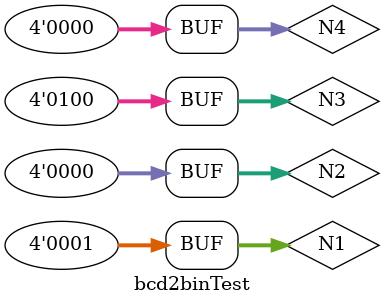
<source format=v>
`timescale 1ns / 1ps


module bcd2binTest;

	// Inputs
	reg [3:0] N1;
	reg [3:0] N2;
	reg [3:0] N3;
	reg [3:0] N4;

	// Outputs
	wire [13:0] out;

	// Instantiate the Unit Under Test (UUT)
	bcd2bin uut (
		.N1(N1), 
		.N2(N2), 
		.N3(N3), 
		.N4(N4), 
		.out(out)
	);

	initial begin
		N1 = 4'd0;
		N2 = 4'd0;
		N3 = 4'd1;
		N4 = 4'd2;
		//1100
		
		
		#10;
		N1 = 4'd5;
		N2 = 4'd4;
		N3 = 4'd3;
		N4 = 4'd2;
		
		#10;
		N1 = 4'd9;
		N2 = 4'd9;
		N3 = 4'd9;
		N4 = 4'd9;
		
		#10;
		N1 = 4'd3;
		N2 = 4'd5;
		N3 = 4'd7;
		N4 = 4'd9;
		
		#10;
		N1 = 4'd1;
		N2 = 4'd0;
		N3 = 4'd4;
		N4 = 4'd0;
		
		
		
	end
      
endmodule


</source>
